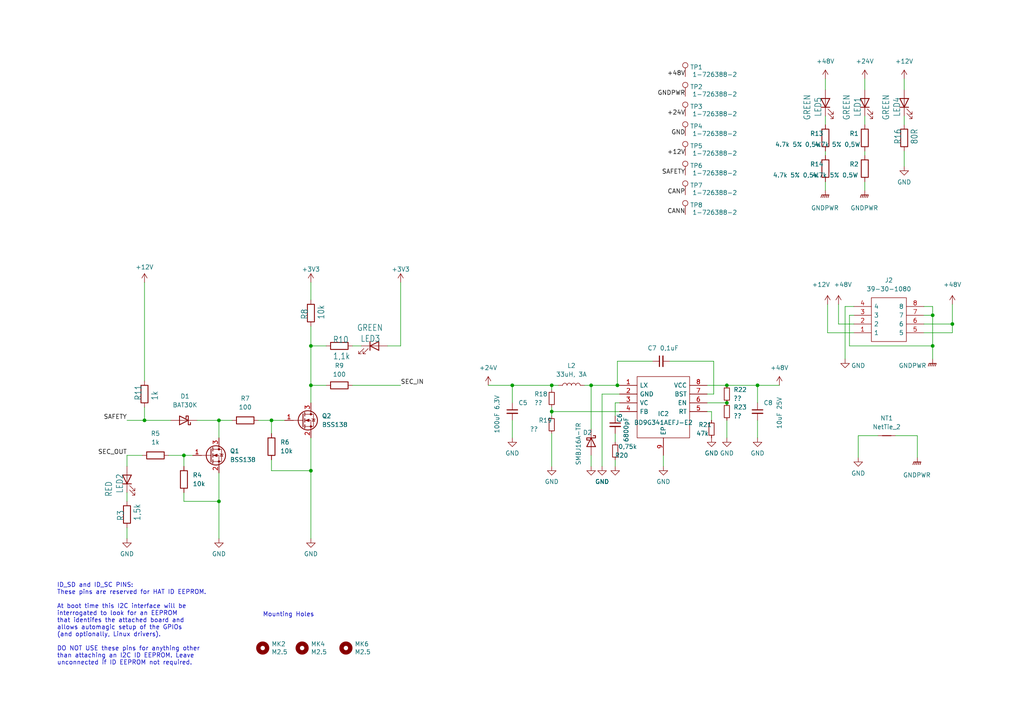
<source format=kicad_sch>
(kicad_sch (version 20211123) (generator eeschema)
  (paper "A4")
  (title_block (date "15 nov 2012"))
  (lib_symbols
    (symbol "39-30-1080:39-30-1080" (pin_names (offset 0.762))
      (property "Reference" "J" (at 16.51 7.62 0))
      (property "Value" "39-30-1080" (at 16.51 5.08 0))
      (symbol "39-30-1080_0_0"
        (pin passive line (at 0 -7.62 0) (length 5.08) (name "1") (number "1"))
        (pin passive line (at 0 -5.08 0) (length 5.08) (name "2") (number "2"))
        (pin passive line (at 0 -2.54 0) (length 5.08) (name "3") (number "3"))
        (pin passive line (at 0 0 0) (length 5.08) (name "4") (number "4"))
        (pin passive line (at 20.32 -7.62 180) (length 5.08) (name "5") (number "5"))
        (pin passive line (at 20.32 -5.08 180) (length 5.08) (name "6") (number "6"))
        (pin passive line (at 20.32 -2.54 180) (length 5.08) (name "7") (number "7"))
        (pin passive line (at 20.32 0 180) (length 5.08) (name "8") (number "8"))
      )
    )
    (symbol "BD9G341AEFJ-E2:BD9G341AEFJ-E2" (pin_names (offset 0.762))
      (property "Reference" "IC" (at 21.59 7.62 0))
      (property "Value" "BD9G341AEFJ-E2" (at 21.59 5.08 0))
      (symbol "BD9G341AEFJ-E2_0_0"
        (pin passive line (at 0 0 0) (length 5.08) (name "LX") (number "1"))
        (pin passive line (at 0 -2.54 0) (length 5.08) (name "GND") (number "2"))
        (pin passive line (at 0 -5.08 0) (length 5.08) (name "VC") (number "3"))
        (pin passive line (at 0 -7.62 0) (length 5.08) (name "FB") (number "4"))
        (pin passive line (at 25.4 -7.62 180) (length 5.08) (name "RT") (number "5"))
        (pin passive line (at 25.4 -5.08 180) (length 5.08) (name "EN") (number "6"))
        (pin passive line (at 25.4 -2.54 180) (length 5.08) (name "BST") (number "7"))
        (pin passive line (at 25.4 0 180) (length 5.08) (name "VCC") (number "8"))
        (pin passive line (at 12.7 -20.32 90) (length 5.08) (name "EP") (number "9"))
      )
    )
    (symbol "Connector:DB9_Male_MountingHoles" (pin_names (offset 1.016) hide)
      (property "Reference" "J" (at 0 16.51 0))
      (property "Value" "DB9_Male_MountingHoles" (at 0 14.605 0))
      (symbol "DB9_Male_MountingHoles_1_1"
        (pin passive line (at 0 -15.24 90) (length 3.81) (name "PAD") (number "0"))
        (pin passive line (at -7.62 -10.16 0) (length 3.81) (name "1") (number "1"))
        (pin passive line (at -7.62 -5.08 0) (length 3.81) (name "2") (number "2"))
        (pin passive line (at -7.62 0 0) (length 3.81) (name "3") (number "3"))
        (pin passive line (at -7.62 5.08 0) (length 3.81) (name "4") (number "4"))
        (pin passive line (at -7.62 10.16 0) (length 3.81) (name "5") (number "5"))
        (pin passive line (at -7.62 -7.62 0) (length 3.81) (name "6") (number "6"))
        (pin passive line (at -7.62 -2.54 0) (length 3.81) (name "7") (number "7"))
        (pin passive line (at -7.62 2.54 0) (length 3.81) (name "8") (number "8"))
        (pin passive line (at -7.62 7.62 0) (length 3.81) (name "9") (number "9"))
      )
    )
    (symbol "Connector:TestPoint" (pin_numbers hide) (pin_names (offset 0.762) hide)
      (property "Reference" "TP" (at 0 6.858 0))
      (property "Value" "TestPoint" (at 0 5.08 0))
      (symbol "TestPoint_1_1"
        (pin passive line (at 0 0 90) (length 2.54) (name "1") (number "1"))
      )
    )
    (symbol "Connector_Generic:Conn_02x08_Odd_Even" (pin_names (offset 1.016) hide)
      (property "Reference" "J" (at 1.27 10.16 0))
      (property "Value" "Conn_02x08_Odd_Even" (at 1.27 -12.7 0))
      (symbol "Conn_02x08_Odd_Even_1_1"
        (pin passive line (at -5.08 7.62 0) (length 3.81) (name "Pin_1") (number "1"))
        (pin passive line (at 7.62 -2.54 180) (length 3.81) (name "Pin_10") (number "10"))
        (pin passive line (at -5.08 -5.08 0) (length 3.81) (name "Pin_11") (number "11"))
        (pin passive line (at 7.62 -5.08 180) (length 3.81) (name "Pin_12") (number "12"))
        (pin passive line (at -5.08 -7.62 0) (length 3.81) (name "Pin_13") (number "13"))
        (pin passive line (at 7.62 -7.62 180) (length 3.81) (name "Pin_14") (number "14"))
        (pin passive line (at -5.08 -10.16 0) (length 3.81) (name "Pin_15") (number "15"))
        (pin passive line (at 7.62 -10.16 180) (length 3.81) (name "Pin_16") (number "16"))
        (pin passive line (at 7.62 7.62 180) (length 3.81) (name "Pin_2") (number "2"))
        (pin passive line (at -5.08 5.08 0) (length 3.81) (name "Pin_3") (number "3"))
        (pin passive line (at 7.62 5.08 180) (length 3.81) (name "Pin_4") (number "4"))
        (pin passive line (at -5.08 2.54 0) (length 3.81) (name "Pin_5") (number "5"))
        (pin passive line (at 7.62 2.54 180) (length 3.81) (name "Pin_6") (number "6"))
        (pin passive line (at -5.08 0 0) (length 3.81) (name "Pin_7") (number "7"))
        (pin passive line (at 7.62 0 180) (length 3.81) (name "Pin_8") (number "8"))
        (pin passive line (at -5.08 -2.54 0) (length 3.81) (name "Pin_9") (number "9"))
      )
    )
    (symbol "Connector_Generic:Conn_02x15_Odd_Even" (pin_names (offset 1.016) hide)
      (property "Reference" "J" (at 1.27 20.32 0))
      (property "Value" "Conn_02x15_Odd_Even" (at 1.27 -20.32 0))
      (symbol "Conn_02x15_Odd_Even_1_1"
        (pin passive line (at -5.08 17.78 0) (length 3.81) (name "Pin_1") (number "1"))
        (pin passive line (at 7.62 7.62 180) (length 3.81) (name "Pin_10") (number "10"))
        (pin passive line (at -5.08 5.08 0) (length 3.81) (name "Pin_11") (number "11"))
        (pin passive line (at 7.62 5.08 180) (length 3.81) (name "Pin_12") (number "12"))
        (pin passive line (at -5.08 2.54 0) (length 3.81) (name "Pin_13") (number "13"))
        (pin passive line (at 7.62 2.54 180) (length 3.81) (name "Pin_14") (number "14"))
        (pin passive line (at -5.08 0 0) (length 3.81) (name "Pin_15") (number "15"))
        (pin passive line (at 7.62 0 180) (length 3.81) (name "Pin_16") (number "16"))
        (pin passive line (at -5.08 -2.54 0) (length 3.81) (name "Pin_17") (number "17"))
        (pin passive line (at 7.62 -2.54 180) (length 3.81) (name "Pin_18") (number "18"))
        (pin passive line (at -5.08 -5.08 0) (length 3.81) (name "Pin_19") (number "19"))
        (pin passive line (at 7.62 17.78 180) (length 3.81) (name "Pin_2") (number "2"))
        (pin passive line (at 7.62 -5.08 180) (length 3.81) (name "Pin_20") (number "20"))
        (pin passive line (at -5.08 -7.62 0) (length 3.81) (name "Pin_21") (number "21"))
        (pin passive line (at 7.62 -7.62 180) (length 3.81) (name "Pin_22") (number "22"))
        (pin passive line (at -5.08 -10.16 0) (length 3.81) (name "Pin_23") (number "23"))
        (pin passive line (at 7.62 -10.16 180) (length 3.81) (name "Pin_24") (number "24"))
        (pin passive line (at -5.08 -12.7 0) (length 3.81) (name "Pin_25") (number "25"))
        (pin passive line (at 7.62 -12.7 180) (length 3.81) (name "Pin_26") (number "26"))
        (pin passive line (at -5.08 -15.24 0) (length 3.81) (name "Pin_27") (number "27"))
        (pin passive line (at 7.62 -15.24 180) (length 3.81) (name "Pin_28") (number "28"))
        (pin passive line (at -5.08 -17.78 0) (length 3.81) (name "Pin_29") (number "29"))
        (pin passive line (at -5.08 15.24 0) (length 3.81) (name "Pin_3") (number "3"))
        (pin passive line (at 7.62 -17.78 180) (length 3.81) (name "Pin_30") (number "30"))
        (pin passive line (at 7.62 15.24 180) (length 3.81) (name "Pin_4") (number "4"))
        (pin passive line (at -5.08 12.7 0) (length 3.81) (name "Pin_5") (number "5"))
        (pin passive line (at 7.62 12.7 180) (length 3.81) (name "Pin_6") (number "6"))
        (pin passive line (at -5.08 10.16 0) (length 3.81) (name "Pin_7") (number "7"))
        (pin passive line (at 7.62 10.16 180) (length 3.81) (name "Pin_8") (number "8"))
        (pin passive line (at -5.08 7.62 0) (length 3.81) (name "Pin_9") (number "9"))
      )
    )
    (symbol "Device:C" (pin_numbers hide) (pin_names (offset 0.254))
      (property "Reference" "C" (at 0.635 2.54 0))
      (property "Value" "C" (at 0.635 -2.54 0))
      (symbol "C_1_1"
        (pin passive line (at 0 3.81 270) (length 2.794) (name "~") (number "1"))
        (pin passive line (at 0 -3.81 90) (length 2.794) (name "~") (number "2"))
      )
    )
    (symbol "Device:C_Small" (pin_numbers hide) (pin_names (offset 0.254) hide)
      (property "Reference" "C" (at 0.254 1.778 0))
      (property "Value" "C_Small" (at 0.254 -2.032 0))
      (symbol "C_Small_1_1"
        (pin passive line (at 0 2.54 270) (length 2.032) (name "~") (number "1"))
        (pin passive line (at 0 -2.54 90) (length 2.032) (name "~") (number "2"))
      )
    )
    (symbol "Device:D_Schottky" (pin_numbers hide) (pin_names (offset 1.016) hide)
      (property "Reference" "D" (at 0 2.54 0))
      (property "Value" "D_Schottky" (at 0 -2.54 0))
      (symbol "D_Schottky_1_1"
        (pin passive line (at -3.81 0 0) (length 2.54) (name "K") (number "1"))
        (pin passive line (at 3.81 0 180) (length 2.54) (name "A") (number "2"))
      )
    )
    (symbol "Device:L" (pin_numbers hide) (pin_names (offset 1.016) hide)
      (property "Reference" "L" (at -1.27 0 90))
      (property "Value" "L" (at 1.905 0 90))
      (symbol "L_1_1"
        (pin passive line (at 0 3.81 270) (length 1.27) (name "1") (number "1"))
        (pin passive line (at 0 -3.81 90) (length 1.27) (name "2") (number "2"))
      )
    )
    (symbol "Device:LED" (pin_numbers hide) (pin_names (offset 1.016) hide)
      (property "Reference" "D" (at 0 2.54 0))
      (property "Value" "LED" (at 0 -2.54 0))
      (symbol "LED_1_1"
        (pin passive line (at -3.81 0 0) (length 2.54) (name "K") (number "1"))
        (pin passive line (at 3.81 0 180) (length 2.54) (name "A") (number "2"))
      )
    )
    (symbol "Device:NetTie_2" (pin_numbers hide) (pin_names (offset 0) hide)
      (property "Reference" "NT" (at 0 1.27 0))
      (property "Value" "NetTie_2" (at 0 -1.27 0))
      (symbol "NetTie_2_1_1"
        (pin passive line (at -2.54 0 0) (length 2.54) (name "1") (number "1"))
        (pin passive line (at 2.54 0 180) (length 2.54) (name "2") (number "2"))
      )
    )
    (symbol "Device:R" (pin_numbers hide) (pin_names (offset 0))
      (property "Reference" "R" (at 2.032 0 90))
      (property "Value" "R" (at 0 0 90))
      (symbol "R_1_1"
        (pin passive line (at 0 3.81 270) (length 1.27) (name "~") (number "1"))
        (pin passive line (at 0 -3.81 90) (length 1.27) (name "~") (number "2"))
      )
    )
    (symbol "Device:R_Small" (pin_numbers hide) (pin_names (offset 0.254) hide)
      (property "Reference" "R" (at 0.762 0.508 0))
      (property "Value" "R_Small" (at 0.762 -1.016 0))
      (symbol "R_Small_1_1"
        (pin passive line (at 0 2.54 270) (length 0.762) (name "~") (number "1"))
        (pin passive line (at 0 -2.54 90) (length 0.762) (name "~") (number "2"))
      )
    )
    (symbol "Interface_CAN_LIN:TCAN332G"
      (property "Reference" "U" (at -10.16 8.89 0))
      (property "Value" "TCAN332G" (at 2.54 8.89 0))
      (symbol "TCAN332G_1_1"
        (pin input line (at -12.7 5.08 0) (length 2.54) (name "TXD") (number "1"))
        (pin power_in line (at 0 -10.16 90) (length 2.54) (name "GND") (number "2"))
        (pin power_in line (at 0 10.16 270) (length 2.54) (name "VCC") (number "3"))
        (pin tri_state line (at -12.7 2.54 0) (length 2.54) (name "RXD") (number "4"))
        (pin no_connect line (at -10.16 -2.54 0) (length 2.54) hide (name "NC") (number "5"))
        (pin bidirectional line (at 12.7 -2.54 180) (length 2.54) (name "CANL") (number "6"))
        (pin bidirectional line (at 12.7 2.54 180) (length 2.54) (name "CANH") (number "7"))
        (pin no_connect line (at -10.16 -5.08 0) (length 2.54) hide (name "NC") (number "8"))
      )
    )
    (symbol "Mechanical:MountingHole" (pin_names (offset 1.016))
      (property "Reference" "H" (at 0 5.08 0))
      (property "Value" "MountingHole" (at 0 3.175 0))
    )
    (symbol "SN75LBC179AD:SN75LBC179AD" (pin_names (offset 1.016))
      (property "Reference" "U" (at -12.7 11.1506 0))
      (property "Value" "SN75LBC179AD" (at -12.7 -14.1478 0))
      (symbol "SN75LBC179AD_0_0"
        (pin power_in line (at 17.78 7.62 180) (length 5.08) (name "VCC") (number "1"))
        (pin output line (at 17.78 2.54 180) (length 5.08) (name "R") (number "2"))
        (pin input line (at -17.78 -2.54 0) (length 5.08) (name "D") (number "3"))
        (pin power_in line (at 17.78 -7.62 180) (length 5.08) (name "GND") (number "4"))
        (pin output line (at 17.78 0 180) (length 5.08) (name "Y") (number "5"))
        (pin output line (at 17.78 -2.54 180) (length 5.08) (name "Z") (number "6"))
        (pin input line (at -17.78 0 0) (length 5.08) (name "B") (number "7"))
        (pin input line (at -17.78 2.54 0) (length 5.08) (name "A") (number "8"))
      )
    )
    (symbol "Transistor_FET:BSS138" (pin_names hide)
      (property "Reference" "Q" (at 5.08 1.905 0))
      (property "Value" "BSS138" (at 5.08 0 0))
      (symbol "BSS138_1_1"
        (pin input line (at -5.08 0 0) (length 2.54) (name "G") (number "1"))
        (pin passive line (at 2.54 -5.08 90) (length 2.54) (name "S") (number "2"))
        (pin passive line (at 2.54 5.08 270) (length 2.54) (name "D") (number "3"))
      )
    )
    (symbol "power:+12V" (power) (pin_names (offset 0))
      (property "Value" "+12V" (at 0 3.556 0))
      (symbol "+12V_1_1"
        (pin power_in line (at 0 0 90) (length 0) hide (name "+12V") (number "1"))
      )
    )
    (symbol "power:+24V" (power) (pin_names (offset 0))
      (property "Value" "+24V" (at 0 3.556 0))
      (symbol "+24V_1_1"
        (pin power_in line (at 0 0 90) (length 0) hide (name "+24V") (number "1"))
      )
    )
    (symbol "power:+3.3V" (power) (pin_names (offset 0))
      (property "Value" "+3.3V" (at 0 3.556 0))
      (symbol "+3.3V_1_1"
        (pin power_in line (at 0 0 90) (length 0) hide (name "+3V3") (number "1"))
      )
    )
    (symbol "power:+3V3" (power) (pin_names (offset 0))
      (property "Value" "+3V3" (at 0 3.556 0))
      (symbol "+3V3_1_1"
        (pin power_in line (at 0 0 90) (length 0) hide (name "+3V3") (number "1"))
      )
    )
    (symbol "power:+48V" (power) (pin_names (offset 0))
      (property "Value" "+48V" (at 0 3.556 0))
      (symbol "+48V_1_1"
        (pin power_in line (at 0 0 90) (length 0) hide (name "+48V") (number "1"))
      )
    )
    (symbol "power:+5V" (power) (pin_names (offset 0))
      (property "Value" "+5V" (at 0 3.556 0))
      (symbol "+5V_1_1"
        (pin power_in line (at 0 0 90) (length 0) hide (name "+5V") (number "1"))
      )
    )
    (symbol "power:GND" (power) (pin_names (offset 0))
      (property "Value" "GND" (at 0 -3.81 0))
      (symbol "GND_1_1"
        (pin power_in line (at 0 0 270) (length 0) hide (name "GND") (number "1"))
      )
    )
    (symbol "power:GNDPWR" (power) (pin_names (offset 0))
      (property "Value" "GNDPWR" (at 0 -3.302 0))
      (symbol "GNDPWR_1_1"
        (pin power_in line (at 0 0 270) (length 0) hide (name "GNDPWR") (number "1"))
      )
    )
  )
  (junction (at -93.345 74.93))
  (junction (at 148.59 111.76))
  (junction (at 63.5 145.415))
  (junction (at -53.975 13.335))
  (junction (at 90.17 100.33))
  (junction (at -93.345 90.17))
  (junction (at 53.34 132.08))
  (junction (at 160.02 119.38))
  (junction (at 90.17 111.76))
  (junction (at 41.91 121.92))
  (junction (at 88.265 -34.29))
  (junction (at 78.74 121.92))
  (junction (at 179.07 111.76))
  (junction (at 171.45 111.76))
  (junction (at 90.17 136.525))
  (junction (at 219.71 111.76))
  (junction (at -93.345 85.09))
  (junction (at 270.51 91.44))
  (junction (at 63.5 121.92))
  (junction (at -93.345 80.01))
  (junction (at 210.82 116.84))
  (junction (at 270.51 100.33))
  (junction (at 276.225 93.98))
  (junction (at 210.82 111.76))
  (junction (at 160.02 111.76))
  (no_connect (at 55.88 -46.99))
  (no_connect (at 55.88 -24.13))
  (no_connect (at 55.88 -36.83))
  (no_connect (at 71.755 -46.99))
  (no_connect (at 43.18 -24.13))
  (no_connect (at 43.18 -26.67))
  (no_connect (at 55.88 -31.75))
  (no_connect (at 55.88 -49.53))
  (no_connect (at 84.455 -44.45))
  (no_connect (at 43.18 -16.51))
  (no_connect (at 55.88 -29.21))
  (no_connect (at 71.755 -39.37))
  (no_connect (at 71.755 -36.83))
  (no_connect (at 71.755 -49.53))
  (no_connect (at 43.18 -34.29))
  (no_connect (at 55.88 -26.67))
  (no_connect (at 71.755 -41.91))
  (no_connect (at 43.18 -19.05))
  (no_connect (at 43.18 -13.97))
  (no_connect (at 84.455 -46.99))
  (no_connect (at 55.88 -44.45))
  (no_connect (at 43.18 -29.21))
  (no_connect (at 84.455 -49.53))
  (no_connect (at 71.755 -34.29))
  (no_connect (at 55.88 -41.91))
  (no_connect (at 55.88 -39.37))
  (no_connect (at 43.18 -31.75))
  (no_connect (at 71.755 -44.45))
  (no_connect (at 55.88 -34.29))
  (no_connect (at 71.755 -31.75))
  (no_connect (at 43.18 -21.59))
  (wire (pts (xy -53.975 40.005) (xy -53.975 43.18)))
  (wire (pts (xy 243.205 88.265) (xy 243.205 93.98)))
  (wire (pts (xy 248.92 126.365) (xy 248.92 132.715)))
  (wire (pts (xy 102.235 100.33) (xy 104.775 100.33)))
  (wire (pts (xy 53.34 145.415) (xy 63.5 145.415)))
  (wire (pts (xy 219.71 111.76) (xy 219.71 116.84)))
  (wire (pts (xy 178.435 116.84) (xy 178.435 120.65)))
  (wire (pts (xy 239.395 43.815) (xy 239.395 45.085)))
  (wire (pts (xy 239.395 33.655) (xy 239.395 36.195)))
  (wire (pts (xy 99.06 -31.75) (xy 84.455 -31.75)))
  (wire (pts (xy 246.38 100.33) (xy 270.51 100.33)))
  (wire (pts (xy -53.975 13.335) (xy -53.975 19.685)))
  (wire (pts (xy 171.45 111.76) (xy 171.45 124.46)))
  (wire (pts (xy 250.825 33.655) (xy 250.825 36.195)))
  (wire (pts (xy 179.07 111.76) (xy 171.45 111.76)))
  (wire (pts (xy 246.38 91.44) (xy 246.38 100.33)))
  (wire (pts (xy 57.15 121.92) (xy 63.5 121.92)))
  (wire (pts (xy 179.705 116.84) (xy 178.435 116.84)))
  (wire (pts (xy -99.06 90.17) (xy -93.345 90.17)))
  (wire (pts (xy 63.5 121.92) (xy 63.5 127)))
  (wire (pts (xy 53.34 132.08) (xy 55.88 132.08)))
  (wire (pts (xy 160.02 125.73) (xy 160.02 135.255)))
  (wire (pts (xy 247.65 91.44) (xy 246.38 91.44)))
  (wire (pts (xy 270.51 100.33) (xy 270.51 104.14)))
  (wire (pts (xy -31.115 87.63) (xy -27.94 87.63)))
  (wire (pts (xy 36.83 121.92) (xy 41.91 121.92)))
  (wire (pts (xy 90.17 94.615) (xy 90.17 100.33)))
  (wire (pts (xy -93.345 80.01) (xy -99.06 80.01)))
  (wire (pts (xy 207.01 104.775) (xy 194.31 104.775)))
  (wire (pts (xy 276.225 93.98) (xy 276.225 96.52)))
  (wire (pts (xy -53.975 6.985) (xy -53.975 13.335)))
  (wire (pts (xy -81.915 13.335) (xy -81.915 20.955)))
  (wire (pts (xy 48.895 132.08) (xy 53.34 132.08)))
  (wire (pts (xy -28.575 67.31) (xy -28.575 72.39)))
  (wire (pts (xy 78.74 133.35) (xy 78.74 136.525)))
  (wire (pts (xy 240.03 88.265) (xy 240.03 96.52)))
  (wire (pts (xy 178.435 125.73) (xy 178.435 128.27)))
  (wire (pts (xy 41.91 118.11) (xy 41.91 121.92)))
  (wire (pts (xy 245.11 104.14) (xy 245.11 88.9)))
  (wire (pts (xy -106.68 95.25) (xy -106.68 97.79)))
  (wire (pts (xy -86.36 74.93) (xy -93.345 74.93)))
  (wire (pts (xy 55.88 -21.59) (xy 64.135 -21.59)))
  (wire (pts (xy 239.395 52.705) (xy 239.395 55.245)))
  (wire (pts (xy 33.02 -36.83) (xy 33.02 -7.62)))
  (wire (pts (xy 93.345 -54.61) (xy 93.345 -39.37)))
  (wire (pts (xy 63.5 121.92) (xy 67.31 121.92)))
  (wire (pts (xy 267.97 93.98) (xy 276.225 93.98)))
  (wire (pts (xy -93.345 90.17) (xy -86.36 90.17)))
  (wire (pts (xy 160.02 111.76) (xy 160.02 113.03)))
  (wire (pts (xy 207.01 114.3) (xy 207.01 104.775)))
  (wire (pts (xy 226.06 111.76) (xy 219.71 111.76)))
  (wire (pts (xy 84.455 -41.91) (xy 88.265 -41.91)))
  (wire (pts (xy 189.23 104.775) (xy 179.07 104.775)))
  (wire (pts (xy 267.97 91.44) (xy 270.51 91.44)))
  (wire (pts (xy 102.235 111.76) (xy 116.205 111.76)))
  (wire (pts (xy 267.97 96.52) (xy 276.225 96.52)))
  (wire (pts (xy 36.83 153.035) (xy 36.83 156.21)))
  (wire (pts (xy 239.395 22.86) (xy 239.395 26.035)))
  (wire (pts (xy 63.5 145.415) (xy 63.5 156.21)))
  (wire (pts (xy 206.375 119.38) (xy 206.375 121.92)))
  (wire (pts (xy 41.91 81.915) (xy 41.91 110.49)))
  (wire (pts (xy -93.345 74.93) (xy -99.06 74.93)))
  (wire (pts (xy -86.36 80.01) (xy -93.345 80.01)))
  (wire (pts (xy 247.65 93.98) (xy 243.205 93.98)))
  (wire (pts (xy 205.105 116.84) (xy 210.82 116.84)))
  (wire (pts (xy 36.83 132.08) (xy 36.83 135.255)))
  (wire (pts (xy 78.74 136.525) (xy 90.17 136.525)))
  (wire (pts (xy 178.435 133.35) (xy 178.435 135.255)))
  (wire (pts (xy 41.91 121.92) (xy 49.53 121.92)))
  (wire (pts (xy -53.975 13.335) (xy -66.675 13.335)))
  (wire (pts (xy 266.065 126.365) (xy 266.065 132.715)))
  (wire (pts (xy 250.825 43.815) (xy 250.825 45.085)))
  (wire (pts (xy 171.45 132.08) (xy 171.45 135.255)))
  (wire (pts (xy 192.405 132.08) (xy 192.405 135.255)))
  (wire (pts (xy 259.715 126.365) (xy 266.065 126.365)))
  (wire (pts (xy 90.17 81.915) (xy 90.17 86.995)))
  (wire (pts (xy 84.455 -36.83) (xy 88.265 -36.83)))
  (wire (pts (xy 240.03 96.52) (xy 247.65 96.52)))
  (wire (pts (xy 179.07 104.775) (xy 179.07 111.76)))
  (wire (pts (xy -74.295 13.335) (xy -81.915 13.335)))
  (wire (pts (xy 210.82 121.92) (xy 210.82 127)))
  (wire (pts (xy 90.17 111.76) (xy 94.615 111.76)))
  (wire (pts (xy 169.545 111.76) (xy 171.45 111.76)))
  (wire (pts (xy 160.02 119.38) (xy 179.705 119.38)))
  (wire (pts (xy 219.71 111.76) (xy 210.82 111.76)))
  (wire (pts (xy 74.93 121.92) (xy 78.74 121.92)))
  (wire (pts (xy 99.06 -54.61) (xy 99.06 -31.75)))
  (wire (pts (xy -99.06 85.09) (xy -93.345 85.09)))
  (wire (pts (xy 160.02 111.76) (xy 161.925 111.76)))
  (wire (pts (xy 262.255 33.655) (xy 262.255 36.195)))
  (wire (pts (xy 148.59 121.92) (xy 148.59 127)))
  (wire (pts (xy 250.825 52.705) (xy 250.825 55.245)))
  (wire (pts (xy 210.82 111.76) (xy 205.105 111.76)))
  (wire (pts (xy 262.255 22.86) (xy 262.255 26.035)))
  (wire (pts (xy 179.705 111.76) (xy 179.07 111.76)))
  (wire (pts (xy 205.105 114.3) (xy 207.01 114.3)))
  (wire (pts (xy 90.17 136.525) (xy 90.17 156.21)))
  (wire (pts (xy -93.345 85.09) (xy -86.36 85.09)))
  (wire (pts (xy 84.455 -34.29) (xy 88.265 -34.29)))
  (wire (pts (xy -99.06 69.85) (xy -95.25 69.85)))
  (wire (pts (xy 78.74 121.92) (xy 78.74 125.73)))
  (wire (pts (xy 174.625 114.3) (xy 174.625 135.255)))
  (wire (pts (xy 245.11 88.9) (xy 247.65 88.9)))
  (wire (pts (xy 116.205 81.915) (xy 116.205 100.33)))
  (wire (pts (xy 270.51 88.9) (xy 267.97 88.9)))
  (wire (pts (xy 112.395 100.33) (xy 116.205 100.33)))
  (wire (pts (xy 148.59 111.76) (xy 160.02 111.76)))
  (wire (pts (xy 160.02 118.11) (xy 160.02 119.38)))
  (wire (pts (xy 148.59 111.76) (xy 148.59 116.84)))
  (wire (pts (xy 78.74 121.92) (xy 82.55 121.92)))
  (wire (pts (xy 53.34 132.08) (xy 53.34 135.255)))
  (wire (pts (xy 219.71 121.92) (xy 219.71 127)))
  (wire (pts (xy 64.135 -21.59) (xy 64.135 -7.62)))
  (wire (pts (xy 90.17 100.33) (xy 90.17 111.76)))
  (wire (pts (xy 254.635 126.365) (xy 248.92 126.365)))
  (wire (pts (xy 88.265 -36.83) (xy 88.265 -34.29)))
  (wire (pts (xy 205.105 119.38) (xy 206.375 119.38)))
  (wire (pts (xy 270.51 88.9) (xy 270.51 91.44)))
  (wire (pts (xy 250.825 22.86) (xy 250.825 26.035)))
  (wire (pts (xy 90.17 127) (xy 90.17 136.525)))
  (wire (pts (xy 43.18 -36.83) (xy 33.02 -36.83)))
  (wire (pts (xy 63.5 137.16) (xy 63.5 145.415)))
  (wire (pts (xy -27.94 87.63) (xy -27.94 92.075)))
  (wire (pts (xy 262.255 43.815) (xy 262.255 48.26)))
  (wire (pts (xy 88.265 -54.61) (xy 88.265 -41.91)))
  (wire (pts (xy 276.225 88.265) (xy 276.225 93.98)))
  (wire (pts (xy 90.17 100.33) (xy 94.615 100.33)))
  (wire (pts (xy 88.265 -34.29) (xy 88.265 -27.305)))
  (wire (pts (xy 36.83 142.875) (xy 36.83 145.415)))
  (wire (pts (xy 174.625 114.3) (xy 179.705 114.3)))
  (wire (pts (xy 84.455 -39.37) (xy 93.345 -39.37)))
  (wire (pts (xy 160.02 119.38) (xy 160.02 120.65)))
  (wire (pts (xy 270.51 91.44) (xy 270.51 100.33)))
  (wire (pts (xy -31.115 72.39) (xy -28.575 72.39)))
  (wire (pts (xy -95.25 69.85) (xy -95.25 97.79)))
  (wire (pts (xy 36.83 132.08) (xy 41.275 132.08)))
  (wire (pts (xy 53.34 142.875) (xy 53.34 145.415)))
  (wire (pts (xy 90.17 111.76) (xy 90.17 116.84)))
  (wire (pts (xy 141.605 111.76) (xy 148.59 111.76)))
  (text "ID_SD and ID_SC PINS:\nThese pins are reserved for HAT ID EEPROM.\n\nAt boot time this I2C interface will be\ninterrogated to look for an EEPROM\nthat identifes the attached board and\nallows automagic setup of the GPIOs\n(and optionally, Linux drivers).\n\nDO NOT USE these pins for anything other\nthan attaching an I2C ID EEPROM. Leave\nunconnected if ID EEPROM not required." (at 16.51 193.04 0) (effects (font (size 1.27 1.27)) (justify left bottom)))
  (text "Mounting Holes" (at 76.2 179.07 0) (effects (font (size 1.27 1.27)) (justify left bottom)))
  (label "GND" (at 198.755 39.37 180))
  (label "+24V" (at 198.755 33.655 180))
  (label "RX+" (at -86.36 74.93 0))
  (label "CAN_RX" (at -66.675 27.305 180))
  (label "CANP" (at -41.275 27.305 0))
  (label "SAFETY" (at 198.755 50.8 180))
  (label "SEC_IN" (at 43.18 -41.91 180))
  (label "TX+" (at -86.36 90.17 0))
  (label "+12V" (at 198.755 45.085 180))
  (label "TX" (at -66.675 82.55 180))
  (label "CAN_TX" (at 55.88 -16.51 0))
  (label "TX-" (at -86.36 85.09 0))
  (label "+48V" (at 198.755 22.225 180))
  (label "CANN" (at -41.275 32.385 0))
  (label "SEC_OUT" (at 43.18 -39.37 180))
  (label "RX+" (at -66.675 77.47 180))
  (label "TX-" (at -31.115 82.55 0))
  (label "RX-" (at -66.675 80.01 180))
  (label "TX+" (at -31.115 80.01 0))
  (label "TX" (at 43.18 -44.45 180))
  (label "GNDPWR" (at 198.755 27.94 180))
  (label "CANP" (at 198.755 56.515 180))
  (label "CAN_TX" (at -66.675 24.765 180))
  (label "RX-" (at -86.36 80.01 0))
  (label "RX" (at -31.115 77.47 0))
  (label "SEC_IN" (at 116.205 111.76 0))
  (label "SEC_OUT" (at 36.83 132.08 180))
  (label "SAFETY" (at 36.83 121.92 180))
  (label "CAN_RX" (at 55.88 -19.05 0))
  (label "CANN" (at 198.755 62.23 180))
  (label "RX" (at 43.18 -46.99 180))
  (symbol (lib_id "Mechanical:MountingHole") (at 76.2 187.96 0) (unit 1)
    (property "Reference" "MK2" (at 78.74 186.7916 0) (effects (justify left)))
    (property "Value" "M2.5" (at 78.74 189.103 0) (effects (justify left)))
    (property "Footprint" "footprints:MountingHole_2.7mm_M2.5" (effects hide))
  )
  (symbol (lib_id "Mechanical:MountingHole") (at 87.63 187.96 0) (unit 1)
    (property "Reference" "MK4" (at 90.17 186.7916 0) (effects (justify left)))
    (property "Value" "M2.5" (at 90.17 189.103 0) (effects (justify left)))
    (property "Footprint" "footprints:MountingHole_2.7mm_M2.5" (effects hide))
  )
  (symbol (lib_id "power:GNDPWR") (at 266.065 132.715 0) (unit 1)
    (property "Reference" "#PWR019" (effects hide))
    (property "Value" "GNDPWR" (at 265.938 137.795 0))
  )
  (symbol (lib_id "Device:C") (at -70.485 13.335 270) (unit 1)
    (property "Reference" "C1" (at -75.311 11.811 0) (effects (font (size 1.778 1.5113)) (justify right top)))
    (property "Value" "100 nF" (at -72.771 12.446 0) (effects (font (size 1.778 1.5113)) (justify right top)))
    (property "Footprint" "footprints:C_0603_1608Metric_Pad1.08x0.95mm_HandSolder" (effects hide))
  )
  (symbol (lib_id "power:GNDPWR") (at 239.395 55.245 0) (unit 1)
    (property "Reference" "#PWR0107" (effects hide))
    (property "Value" "GNDPWR" (at 239.268 60.325 0))
  )
  (symbol (lib_id "Device:R") (at 262.255 40.005 0) (unit 1)
    (property "Reference" "R16" (at 261.3914 41.91 90) (effects (font (size 1.778 1.5113)) (justify left bottom)))
    (property "Value" "80R" (at 266.192 41.91 90) (effects (font (size 1.778 1.5113)) (justify left bottom)))
    (property "Footprint" "footprints:R_0603_1608Metric_Pad0.98x0.95mm_HandSolder" (effects hide))
  )
  (symbol (lib_id "BD9G341AEFJ-E2:BD9G341AEFJ-E2") (at 179.705 111.76 0) (unit 1)
    (property "Reference" "IC2" (at 192.405 120.015 0))
    (property "Value" "BD9G341AEFJ-E2" (at 192.405 122.555 0))
    (property "Footprint" "ARM_NUCLEO_HAT:SOIC127P600X100-9N" (effects hide))
    (property "Description" "Buck Converter,Adj,3A,HTSOP-J8 ROHM BD9G341AEFJ-E2, Buck Converter, 3A, Adjustable, Minimum of 1 V, 8-Pin HTSOP-J" (effects hide))
    (property "Height" "1" (effects hide))
    (property "Mouser Part Number" "755-BD9G341AEFJ-E2" (effects hide))
    (property "Mouser Price/Stock" "https://www.mouser.co.uk/ProductDetail/ROHM-Semiconductor/BD9G341AEFJ-E2?qs=QAyGIF%2FqoJ3bpHaAdhZZ7Q%3D%3D" (effects hide))
    (property "Manufacturer_Name" "ROHM Semiconductor" (effects hide))
    (property "Manufacturer_Part_Number" "BD9G341AEFJ-E2" (effects hide))
  )
  (symbol (lib_id "power:+3V3") (at 116.205 81.915 0) (unit 1)
    (property "Reference" "#PWR013" (effects hide))
    (property "Value" "+3V3" (at 116.205 78.105 0))
  )
  (symbol (lib_id "power:GND") (at 174.625 135.255 0) (mirror y) (unit 1)
    (property "Reference" "#PWR025" (effects hide))
    (property "Value" "GND" (at 174.625 139.7 0))
  )
  (symbol (lib_id "Device:R") (at 45.085 132.08 90) (unit 1)
    (property "Reference" "R5" (at 45.085 125.73 90))
    (property "Value" "1k" (at 45.085 128.27 90))
    (property "Footprint" "footprints:R_0603_1608Metric_Pad0.98x0.95mm_HandSolder" (effects hide))
  )
  (symbol (lib_id "power:GND") (at -27.94 92.075 0) (unit 1)
    (property "Reference" "#PWR0104" (effects hide))
    (property "Value" "GND" (at -27.94 96.6376 0))
  )
  (symbol (lib_id "Device:R") (at 250.825 48.895 180) (unit 1)
    (property "Reference" "R2" (at 246.38 47.6249 0) (effects (justify right)))
    (property "Value" "4.7k 5% 0,5W" (at 235.585 50.7999 0) (effects (justify right)))
    (property "Footprint" "footprints:R_0805_2012Metric_Pad1.20x1.40mm_HandSolder" (effects hide))
  )
  (symbol (lib_id "Connector:TestPoint") (at 198.755 33.655 0) (unit 1)
    (property "Reference" "TP3" (at 200.1521 30.905 0) (effects (justify left)))
    (property "Value" "1-726388-2" (at 200.7871 33.0451 0) (effects (justify left)))
    (property "Footprint" "ARM_NUCLEO_HAT:61-1537-11-0031" (effects hide))
  )
  (symbol (lib_id "Connector_Generic:Conn_02x15_Odd_Even") (at 48.26 -31.75 0) (unit 1)
    (property "Reference" "CN9" (at 49.53 -54.61 0))
    (property "Value" "Conn_02x15" (at 49.53 -52.07 0))
    (property "Footprint" "footprints:PinSocket_2x15_P2.54mm_Vertical" (effects hide))
  )
  (symbol (lib_id "Connector:TestPoint") (at 198.755 50.8 0) (unit 1)
    (property "Reference" "TP6" (at 200.1521 48.05 0) (effects (justify left)))
    (property "Value" "1-726388-2" (at 200.7871 50.1901 0) (effects (justify left)))
    (property "Footprint" "ARM_NUCLEO_HAT:61-1537-11-0031" (effects hide))
  )
  (symbol (lib_id "Device:R") (at 41.91 114.3 0) (unit 1)
    (property "Reference" "R11" (at 41.0464 116.205 90) (effects (font (size 1.778 1.5113)) (justify left bottom)))
    (property "Value" "1k" (at 45.847 116.205 90) (effects (font (size 1.778 1.5113)) (justify left bottom)))
    (property "Footprint" "footprints:R_0603_1608Metric_Pad0.98x0.95mm_HandSolder" (effects hide))
  )
  (symbol (lib_id "power:+5V") (at -28.575 67.31 0) (unit 1)
    (property "Reference" "#PWR0105" (effects hide))
    (property "Value" "+5V" (at -28.575 61.595 0))
  )
  (symbol (lib_id "Connector_Generic:Conn_02x08_Odd_Even") (at 76.835 -41.91 0) (unit 1)
    (property "Reference" "CN8" (at 78.105 -54.61 0))
    (property "Value" "Conn_02x08" (at 78.105 -52.705 0))
    (property "Footprint" "footprints:PinSocket_2x08_P2.54mm_Vertical" (effects hide))
  )
  (symbol (lib_id "power:GND") (at -53.975 43.18 0) (unit 1)
    (property "Reference" "#PWR016" (effects hide))
    (property "Value" "GND" (at -53.975 47.7426 0))
  )
  (symbol (lib_id "power:GND") (at 63.5 156.21 0) (unit 1)
    (property "Reference" "#PWR010" (effects hide))
    (property "Value" "GND" (at 63.5 160.655 0))
  )
  (symbol (lib_id "power:GND") (at 64.135 -7.62 0) (unit 1)
    (property "Reference" "#PWR0114" (effects hide))
    (property "Value" "GND" (at 64.135 -1.905 0))
  )
  (symbol (lib_id "power:GND") (at 192.405 135.255 0) (mirror y) (unit 1)
    (property "Reference" "#PWR027" (effects hide))
    (property "Value" "GND" (at 192.405 139.7 0))
  )
  (symbol (lib_id "Device:R") (at 239.395 40.005 180) (unit 1)
    (property "Reference" "R13" (at 234.95 38.7349 0) (effects (justify right)))
    (property "Value" "4.7k 5% 0,5W" (at 224.79 41.9099 0) (effects (justify right)))
    (property "Footprint" "footprints:R_0805_2012Metric_Pad1.20x1.40mm_HandSolder" (effects hide))
  )
  (symbol (lib_id "power:GND") (at 178.435 135.255 0) (mirror y) (unit 1)
    (property "Reference" "#PWR026" (effects hide))
    (property "Value" "GND" (at 174.625 139.7 0))
  )
  (symbol (lib_id "power:GND") (at 206.375 127 0) (mirror y) (unit 1)
    (property "Reference" "#PWR028" (effects hide))
    (property "Value" "GND" (at 206.375 131.445 0))
  )
  (symbol (lib_id "Device:R_Small") (at -93.345 87.63 0) (unit 1)
    (property "Reference" "R15" (at -91.44 86.36 0) (effects (justify left)))
    (property "Value" "120" (at -92.075 88.9 0) (effects (justify left)))
    (property "Footprint" "footprints:R_0603_1608Metric_Pad0.98x0.95mm_HandSolder" (effects hide))
  )
  (symbol (lib_id "Device:D_Schottky") (at 53.34 121.92 180) (unit 1)
    (property "Reference" "D1" (at 53.6575 114.935 0))
    (property "Value" "BAT30K" (at 53.6575 117.475 0))
    (property "Footprint" "footprints:D_0603_1608Metric_Pad1.05x0.95mm_HandSolder" (effects hide))
  )
  (symbol (lib_id "Transistor_FET:BSS138") (at 87.63 121.92 0) (unit 1)
    (property "Reference" "Q2" (at 93.345 120.6499 0) (effects (justify left)))
    (property "Value" "BSS138" (at 93.345 123.1899 0) (effects (justify left)))
    (property "Footprint" "footprints:SOT-23" (effects hide))
    (property "Datasheet" "https://www.onsemi.com/pub/Collateral/BSS138-D.PDF" (effects hide))
  )
  (symbol (lib_id "Device:LED") (at 262.255 29.845 90) (unit 1)
    (property "Reference" "LED4" (at 261.112 33.909 0) (effects (font (size 1.778 1.5113)) (justify left bottom)))
    (property "Value" "GREEN" (at 257.937 34.925 0) (effects (font (size 1.778 1.5113)) (justify left bottom)))
    (property "Footprint" "footprints:D_0603_1608Metric_Pad1.05x0.95mm_HandSolder" (effects hide))
  )
  (symbol (lib_id "power:GND") (at 219.71 127 0) (mirror y) (unit 1)
    (property "Reference" "#PWR030" (effects hide))
    (property "Value" "GND" (at 219.71 131.445 0))
  )
  (symbol (lib_id "power:+12V") (at 240.03 88.265 0) (unit 1)
    (property "Reference" "#PWR0108" (effects hide))
    (property "Value" "+12V" (at 238.125 82.55 0))
  )
  (symbol (lib_id "Connector:DB9_Male_MountingHoles") (at -106.68 80.01 0) (mirror y) (unit 1)
    (property "Reference" "J1" (at -106.68 61.595 0))
    (property "Value" "DB9_Male_MountingHoles" (at -106.68 64.135 0))
    (property "Footprint" "footprints:DSUB-9_Male_Horizontal_P2.77x2.84mm_EdgePinOffset7.70mm_Housed_MountingHolesOffset9.12mm" (effects hide))
    (property "Datasheet" " ~" (effects hide))
  )
  (symbol (lib_id "Device:R") (at 71.12 121.92 90) (unit 1)
    (property "Reference" "R7" (at 71.12 115.57 90))
    (property "Value" "100" (at 71.12 118.11 90))
    (property "Footprint" "footprints:R_0603_1608Metric_Pad0.98x0.95mm_HandSolder" (effects hide))
  )
  (symbol (lib_id "Interface_CAN_LIN:TCAN332G") (at -53.975 29.845 0) (unit 1)
    (property "Reference" "U2" (at -51.435 19.2744 0))
    (property "Value" "TCAN332G" (at -61.595 19.5095 0))
    (property "Footprint" "footprints:SO-8_3.9x4.9mm_P1.27mm" (effects hide))
    (property "Datasheet" "http://www.ti.com/lit/ds/symlink/tcan337.pdf" (effects hide))
  )
  (symbol (lib_id "Device:C_Small") (at 191.77 104.775 90) (mirror x) (unit 1)
    (property "Reference" "C7" (at 190.4999 100.965 90) (effects (justify left)))
    (property "Value" "0,1uF" (at 196.8499 100.965 90) (effects (justify left)))
    (property "Footprint" "footprints:C_0603_1608Metric_Pad1.08x0.95mm_HandSolder" (effects hide))
  )
  (symbol (lib_id "Device:C_Small") (at 178.435 123.19 0) (mirror y) (unit 1)
    (property "Reference" "C6" (at 179.705 122.5549 90) (effects (justify left)))
    (property "Value" "6800pF" (at 181.61 128.2699 90) (effects (justify left)))
    (property "Footprint" "footprints:C_0603_1608Metric_Pad1.08x0.95mm_HandSolder" (effects hide))
  )
  (symbol (lib_id "power:GND") (at 36.83 156.21 0) (unit 1)
    (property "Reference" "#PWR09" (effects hide))
    (property "Value" "GND" (at 36.83 160.655 0))
  )
  (symbol (lib_id "Device:R_Small") (at -93.345 77.47 0) (unit 1)
    (property "Reference" "R12" (at -91.44 76.2 0) (effects (justify left)))
    (property "Value" "120" (at -92.075 78.74 0) (effects (justify left)))
    (property "Footprint" "footprints:R_0603_1608Metric_Pad0.98x0.95mm_HandSolder" (effects hide))
  )
  (symbol (lib_id "power:+3.3V") (at 88.265 -54.61 0) (unit 1)
    (property "Reference" "#PWR0111" (effects hide))
    (property "Value" "+3.3V" (at 86.995 -58.42 0))
  )
  (symbol (lib_id "power:GND") (at -95.25 97.79 0) (mirror y) (unit 1)
    (property "Reference" "#PWR08" (effects hide))
    (property "Value" "GND" (at -95.25 102.235 0))
  )
  (symbol (lib_id "power:+3V3") (at -53.975 6.985 0) (unit 1)
    (property "Reference" "#PWR015" (effects hide))
    (property "Value" "+3V3" (at -53.975 3.175 0))
  )
  (symbol (lib_id "Device:R") (at 53.34 139.065 0) (unit 1)
    (property "Reference" "R4" (at 55.88 137.7949 0) (effects (justify left)))
    (property "Value" "10k" (at 55.88 140.3349 0) (effects (justify left)))
    (property "Footprint" "footprints:R_0603_1608Metric_Pad0.98x0.95mm_HandSolder" (effects hide))
  )
  (symbol (lib_id "Device:D_Schottky") (at 171.45 128.27 270) (unit 1)
    (property "Reference" "D2" (at 169.0371 125.4565 90) (effects (justify left)))
    (property "Value" "SMBJ16A-TR" (at 167.7671 122.5166 0) (effects (justify left)))
    (property "Footprint" "footprints:D_SMB_Handsoldering" (effects hide))
  )
  (symbol (lib_id "Connector:TestPoint") (at 198.755 45.085 0) (unit 1)
    (property "Reference" "TP5" (at 200.1521 42.335 0) (effects (justify left)))
    (property "Value" "1-726388-2" (at 200.7871 44.4751 0) (effects (justify left)))
    (property "Footprint" "ARM_NUCLEO_HAT:61-1537-11-0031" (effects hide))
  )
  (symbol (lib_id "Device:R") (at 239.395 48.895 180) (unit 1)
    (property "Reference" "R14" (at 234.95 47.6249 0) (effects (justify right)))
    (property "Value" "4.7k 5% 0,5W" (at 224.155 50.7999 0) (effects (justify right)))
    (property "Footprint" "footprints:R_0805_2012Metric_Pad1.20x1.40mm_HandSolder" (effects hide))
  )
  (symbol (lib_id "power:+3V3") (at 90.17 81.915 0) (unit 1)
    (property "Reference" "#PWR011" (effects hide))
    (property "Value" "+3V3" (at 90.17 78.105 0))
  )
  (symbol (lib_id "power:+12V") (at 262.255 22.86 0) (unit 1)
    (property "Reference" "#PWR022" (effects hide))
    (property "Value" "+12V" (at 262.255 17.78 0))
  )
  (symbol (lib_id "Device:R_Small") (at 178.435 130.81 180) (unit 1)
    (property "Reference" "R20" (at 182.245 132.0801 0) (effects (justify left)))
    (property "Value" "0,75k" (at 184.785 129.5401 0) (effects (justify left)))
    (property "Footprint" "footprints:R_0603_1608Metric_Pad0.98x0.95mm_HandSolder" (effects hide))
  )
  (symbol (lib_id "power:+48V") (at 226.06 111.76 0) (unit 1)
    (property "Reference" "#PWR031" (effects hide))
    (property "Value" "+48V" (at 226.06 106.68 0))
  )
  (symbol (lib_id "39-30-1080:39-30-1080") (at 247.65 88.9 0) (unit 1)
    (property "Reference" "J2" (at 257.81 81.28 0))
    (property "Value" "39-30-1080" (at 257.81 83.82 0))
    (property "Footprint" "ARM_NUCLEO_HAT:39301080" (effects hide))
    (property "Datasheet" "https://datasheet.datasheetarchive.com/originals/distributors/Datasheets-AE/DSA3AE0000416.pdf" (effects hide))
    (property "Description" "Molex MINI-FIT JR. Series, Series Number 5569, 4.2mm Pitch 8 Way 2 Row Right Angle PCB Header, Solder Termination, 7A" (effects hide))
    (property "Height" "9" (effects hide))
    (property "Mouser Part Number" "538-39-30-1080" (effects hide))
    (property "Mouser Price/Stock" "https://www.mouser.co.uk/ProductDetail/Molex/39-30-1080?qs=tRPrwvvr%2FuiZl%252BsjwLcglw%3D%3D" (effects hide))
    (property "Manufacturer_Name" "Molex" (effects hide))
    (property "Manufacturer_Part_Number" "39-30-1080" (effects hide))
  )
  (symbol (lib_id "power:GND") (at 171.45 135.255 0) (mirror y) (unit 1)
    (property "Reference" "#PWR04" (effects hide))
    (property "Value" "GND" (at 174.625 139.7 0))
  )
  (symbol (lib_id "Connector:TestPoint") (at 198.755 56.515 0) (unit 1)
    (property "Reference" "TP7" (at 200.1521 53.765 0) (effects (justify left)))
    (property "Value" "1-726388-2" (at 200.7871 55.9051 0) (effects (justify left)))
    (property "Footprint" "ARM_NUCLEO_HAT:61-1537-11-0031" (effects hide))
  )
  (symbol (lib_id "Device:LED") (at 108.585 100.33 0) (unit 1)
    (property "Reference" "LED3" (at 104.521 99.187 0) (effects (font (size 1.778 1.5113)) (justify left bottom)))
    (property "Value" "GREEN" (at 103.505 96.012 0) (effects (font (size 1.778 1.5113)) (justify left bottom)))
    (property "Footprint" "footprints:D_0603_1608Metric_Pad1.05x0.95mm_HandSolder" (effects hide))
  )
  (symbol (lib_id "power:GND") (at 148.59 127 0) (mirror y) (unit 1)
    (property "Reference" "#PWR02" (effects hide))
    (property "Value" "GND" (at 148.59 131.445 0))
  )
  (symbol (lib_id "Device:C_Small") (at 148.59 119.38 0) (mirror y) (unit 1)
    (property "Reference" "C5" (at 153.035 116.8399 0) (effects (justify left)))
    (property "Value" "100uF 6,3V" (at 144.145 125.7299 90) (effects (justify left)))
    (property "Footprint" "footprints:C_1206_3216Metric_Pad1.33x1.80mm_HandSolder" (effects hide))
  )
  (symbol (lib_id "Device:R") (at 250.825 40.005 180) (unit 1)
    (property "Reference" "R1" (at 246.38 38.7349 0) (effects (justify right)))
    (property "Value" "4.7k 5% 0,5W" (at 236.22 41.9099 0) (effects (justify right)))
    (property "Footprint" "footprints:R_0805_2012Metric_Pad1.20x1.40mm_HandSolder" (effects hide))
  )
  (symbol (lib_id "Device:R_Small") (at 160.02 123.19 0) (unit 1)
    (property "Reference" "R19" (at 156.21 121.9199 0) (effects (justify left)))
    (property "Value" "??" (at 153.67 124.4599 0) (effects (justify left)))
    (property "Footprint" "footprints:R_0603_1608Metric_Pad0.98x0.95mm_HandSolder" (effects hide))
  )
  (symbol (lib_id "power:GND") (at -81.915 20.955 0) (unit 1)
    (property "Reference" "#PWR014" (effects hide))
    (property "Value" "GND" (at -81.915 25.5176 0))
  )
  (symbol (lib_id "Device:NetTie_2") (at 257.175 126.365 0) (unit 1)
    (property "Reference" "NT1" (at 257.175 121.285 0))
    (property "Value" "NetTie_2" (at 257.175 123.825 0))
    (property "Footprint" "footprints:NetTie-2_SMD_Pad0.5mm" (effects hide))
  )
  (symbol (lib_id "power:GND") (at 262.255 48.26 0) (unit 1)
    (property "Reference" "#PWR023" (effects hide))
    (property "Value" "GND" (at 262.255 52.8226 0))
  )
  (symbol (lib_id "Device:LED") (at 250.825 29.845 90) (unit 1)
    (property "Reference" "LED1" (at 249.682 33.909 0) (effects (font (size 1.778 1.5113)) (justify left bottom)))
    (property "Value" "GREEN" (at 246.507 34.925 0) (effects (font (size 1.778 1.5113)) (justify left bottom)))
    (property "Footprint" "footprints:D_0603_1608Metric_Pad1.05x0.95mm_HandSolder" (effects hide))
  )
  (symbol (lib_id "Connector:TestPoint") (at 198.755 62.23 0) (unit 1)
    (property "Reference" "TP8" (at 200.1521 59.48 0) (effects (justify left)))
    (property "Value" "1-726388-2" (at 200.7871 61.6201 0) (effects (justify left)))
    (property "Footprint" "ARM_NUCLEO_HAT:61-1537-11-0031" (effects hide))
  )
  (symbol (lib_id "Transistor_FET:BSS138") (at 60.96 132.08 0) (unit 1)
    (property "Reference" "Q1" (at 66.675 130.8099 0) (effects (justify left)))
    (property "Value" "BSS138" (at 66.675 133.3499 0) (effects (justify left)))
    (property "Footprint" "footprints:SOT-23" (effects hide))
    (property "Datasheet" "https://www.onsemi.com/pub/Collateral/BSS138-D.PDF" (effects hide))
  )
  (symbol (lib_id "Device:R") (at 90.17 90.805 0) (unit 1)
    (property "Reference" "R8" (at 89.3064 92.71 90) (effects (font (size 1.778 1.5113)) (justify left bottom)))
    (property "Value" "10k" (at 94.107 92.71 90) (effects (font (size 1.778 1.5113)) (justify left bottom)))
    (property "Footprint" "footprints:R_0603_1608Metric_Pad0.98x0.95mm_HandSolder" (effects hide))
  )
  (symbol (lib_id "Device:L") (at 165.735 111.76 90) (unit 1)
    (property "Reference" "L2" (at 165.735 106.045 90))
    (property "Value" "33uH, 3A" (at 165.735 108.585 90))
    (property "Footprint" "ARM_NUCLEO_HAT:MPEV1D1040L330" (effects hide))
    (property "Field4" "https://www.digikey.com/en/products/detail/w%C3%BCrth-elektronik/744773118/1638662" (effects hide))
  )
  (symbol (lib_id "power:GND") (at 33.02 -7.62 0) (unit 1)
    (property "Reference" "#PWR0115" (effects hide))
    (property "Value" "GND" (at 33.02 -1.905 0))
  )
  (symbol (lib_id "Connector:TestPoint") (at 198.755 39.37 0) (unit 1)
    (property "Reference" "TP4" (at 200.1521 36.62 0) (effects (justify left)))
    (property "Value" "1-726388-2" (at 200.7871 38.7601 0) (effects (justify left)))
    (property "Footprint" "ARM_NUCLEO_HAT:61-1537-11-0031" (effects hide))
  )
  (symbol (lib_id "power:+5V") (at 93.345 -54.61 0) (unit 1)
    (property "Reference" "#PWR0112" (effects hide))
    (property "Value" "+5V" (at 93.98 -58.42 0))
  )
  (symbol (lib_id "power:GND") (at 90.17 156.21 0) (unit 1)
    (property "Reference" "#PWR012" (effects hide))
    (property "Value" "GND" (at 90.17 160.655 0))
  )
  (symbol (lib_id "Device:R_Small") (at 210.82 119.38 0) (unit 1)
    (property "Reference" "R23" (at 212.725 118.1099 0) (effects (justify left)))
    (property "Value" "??" (at 212.725 120.6499 0) (effects (justify left)))
    (property "Footprint" "footprints:R_0603_1608Metric_Pad0.98x0.95mm_HandSolder" (effects hide))
  )
  (symbol (lib_id "power:GND") (at -106.68 97.79 0) (mirror y) (unit 1)
    (property "Reference" "#PWR0106" (effects hide))
    (property "Value" "GND" (at -106.68 102.235 0))
  )
  (symbol (lib_id "Device:R") (at 36.83 149.225 0) (unit 1)
    (property "Reference" "R3" (at 35.9664 151.13 90) (effects (font (size 1.778 1.5113)) (justify left bottom)))
    (property "Value" "1,5k" (at 40.767 151.13 90) (effects (font (size 1.778 1.5113)) (justify left bottom)))
    (property "Footprint" "footprints:R_0603_1608Metric_Pad0.98x0.95mm_HandSolder" (effects hide))
  )
  (symbol (lib_id "power:+12V") (at 99.06 -54.61 0) (unit 1)
    (property "Reference" "#PWR05" (effects hide))
    (property "Value" "+12V" (at 99.06 -58.42 0))
  )
  (symbol (lib_id "Connector:TestPoint") (at 198.755 22.225 0) (unit 1)
    (property "Reference" "TP1" (at 200.1521 19.475 0) (effects (justify left)))
    (property "Value" "1-726388-2" (at 200.7871 21.6151 0) (effects (justify left)))
    (property "Footprint" "ARM_NUCLEO_HAT:61-1537-11-0031" (effects hide))
  )
  (symbol (lib_id "Device:C_Small") (at 219.71 119.38 0) (mirror y) (unit 1)
    (property "Reference" "C8" (at 224.155 116.8399 0) (effects (justify left)))
    (property "Value" "10uF 25V" (at 226.06 124.4599 90) (effects (justify left)))
    (property "Footprint" "footprints:C_0603_1608Metric_Pad1.08x0.95mm_HandSolder" (effects hide))
  )
  (symbol (lib_id "Device:R") (at 98.425 111.76 90) (unit 1)
    (property "Reference" "R9" (at 98.425 106.045 90))
    (property "Value" "100" (at 98.425 108.585 90))
    (property "Footprint" "footprints:R_0603_1608Metric_Pad0.98x0.95mm_HandSolder" (effects hide))
  )
  (symbol (lib_id "power:+48V") (at 276.225 88.265 0) (unit 1)
    (property "Reference" "#PWR0110" (effects hide))
    (property "Value" "+48V" (at 276.225 82.55 0))
  )
  (symbol (lib_id "power:+48V") (at 239.395 22.86 0) (unit 1)
    (property "Reference" "#PWR0101" (effects hide))
    (property "Value" "+48V" (at 239.395 17.78 0))
  )
  (symbol (lib_id "power:+24V") (at 141.605 111.76 0) (unit 1)
    (property "Reference" "#PWR01" (effects hide))
    (property "Value" "+24V" (at 141.605 106.68 0))
  )
  (symbol (lib_id "Device:R_Small") (at 206.375 124.46 0) (unit 1)
    (property "Reference" "R21" (at 202.565 123.1899 0) (effects (justify left)))
    (property "Value" "47k" (at 201.93 125.7299 0) (effects (justify left)))
    (property "Footprint" "footprints:R_0603_1608Metric_Pad0.98x0.95mm_HandSolder" (effects hide))
  )
  (symbol (lib_id "power:+12V") (at 41.91 81.915 0) (unit 1)
    (property "Reference" "#PWR0116" (effects hide))
    (property "Value" "+12V" (at 41.91 77.47 0))
  )
  (symbol (lib_id "Device:R_Small") (at 160.02 115.57 0) (unit 1)
    (property "Reference" "R18" (at 154.94 114.2999 0) (effects (justify left)))
    (property "Value" "??" (at 154.94 116.8399 0) (effects (justify left)))
    (property "Footprint" "footprints:R_0603_1608Metric_Pad0.98x0.95mm_HandSolder" (effects hide))
  )
  (symbol (lib_id "Device:R_Small") (at 210.82 114.3 0) (unit 1)
    (property "Reference" "R22" (at 212.725 113.0299 0) (effects (justify left)))
    (property "Value" "??" (at 212.725 115.5699 0) (effects (justify left)))
    (property "Footprint" "footprints:R_0603_1608Metric_Pad0.98x0.95mm_HandSolder" (effects hide))
  )
  (symbol (lib_id "power:GND") (at 88.265 -27.305 0) (unit 1)
    (property "Reference" "#PWR0113" (effects hide))
    (property "Value" "GND" (at 88.265 -21.59 0))
  )
  (symbol (lib_id "Device:R") (at 78.74 129.54 0) (unit 1)
    (property "Reference" "R6" (at 81.28 128.2699 0) (effects (justify left)))
    (property "Value" "10k" (at 81.28 130.8099 0) (effects (justify left)))
    (property "Footprint" "footprints:R_0603_1608Metric_Pad0.98x0.95mm_HandSolder" (effects hide))
  )
  (symbol (lib_id "Mechanical:MountingHole") (at 100.33 187.96 0) (unit 1)
    (property "Reference" "MK6" (at 102.87 186.7916 0) (effects (justify left)))
    (property "Value" "M2.5" (at 102.87 189.103 0) (effects (justify left)))
    (property "Footprint" "footprints:MountingHole_2.7mm_M2.5" (effects hide))
  )
  (symbol (lib_id "Device:LED") (at 239.395 29.845 90) (unit 1)
    (property "Reference" "LED5" (at 238.252 33.909 0) (effects (font (size 1.778 1.5113)) (justify left bottom)))
    (property "Value" "GREEN" (at 235.077 34.925 0) (effects (font (size 1.778 1.5113)) (justify left bottom)))
    (property "Footprint" "footprints:D_0603_1608Metric_Pad1.05x0.95mm_HandSolder" (effects hide))
  )
  (symbol (lib_id "power:GND") (at 245.11 104.14 0) (unit 1)
    (property "Reference" "#PWR0103" (effects hide))
    (property "Value" "GND" (at 248.92 106.045 0))
  )
  (symbol (lib_id "SN75LBC179AD:SN75LBC179AD") (at -48.895 80.01 0) (unit 1)
    (property "Reference" "U1" (at -48.895 64.135 0))
    (property "Value" "SN75LBC179AD" (at -48.895 66.675 0))
    (property "Footprint" "ARM_NUCLEO_HAT:SOIC127P599X175-8N" (effects hide))
  )
  (symbol (lib_id "Connector:TestPoint") (at 198.755 27.94 0) (unit 1)
    (property "Reference" "TP2" (at 200.1521 25.19 0) (effects (justify left)))
    (property "Value" "1-726388-2" (at 200.7871 27.3301 0) (effects (justify left)))
    (property "Footprint" "ARM_NUCLEO_HAT:61-1537-11-0031" (effects hide))
  )
  (symbol (lib_id "Device:R") (at 98.425 100.33 270) (unit 1)
    (property "Reference" "R10" (at 96.52 99.4664 90) (effects (font (size 1.778 1.5113)) (justify left bottom)))
    (property "Value" "1,1k" (at 96.52 104.267 90) (effects (font (size 1.778 1.5113)) (justify left bottom)))
    (property "Footprint" "footprints:R_0603_1608Metric_Pad0.98x0.95mm_HandSolder" (effects hide))
  )
  (symbol (lib_id "power:+24V") (at 250.825 22.86 0) (unit 1)
    (property "Reference" "#PWR06" (effects hide))
    (property "Value" "+24V" (at 250.825 17.78 0))
  )
  (symbol (lib_id "power:+48V") (at 243.205 88.265 0) (unit 1)
    (property "Reference" "#PWR0109" (effects hide))
    (property "Value" "+48V" (at 244.475 82.55 0))
  )
  (symbol (lib_id "power:GNDPWR") (at 270.51 104.14 0) (unit 1)
    (property "Reference" "#PWR0102" (effects hide))
    (property "Value" "GNDPWR" (at 264.668 106.045 0))
  )
  (symbol (lib_id "Device:LED") (at 36.83 139.065 90) (unit 1)
    (property "Reference" "LED2" (at 35.687 143.129 0) (effects (font (size 1.778 1.5113)) (justify left bottom)))
    (property "Value" "RED" (at 32.512 144.145 0) (effects (font (size 1.778 1.5113)) (justify left bottom)))
    (property "Footprint" "footprints:D_0603_1608Metric_Pad1.05x0.95mm_HandSolder" (effects hide))
  )
  (symbol (lib_id "power:GND") (at 160.02 135.255 0) (mirror y) (unit 1)
    (property "Reference" "#PWR03" (effects hide))
    (property "Value" "GND" (at 160.02 139.7 0))
  )
  (symbol (lib_id "power:GND") (at 210.82 127 0) (mirror y) (unit 1)
    (property "Reference" "#PWR029" (effects hide))
    (property "Value" "GND" (at 210.82 131.445 0))
  )
  (symbol (lib_id "power:GND") (at 248.92 132.715 0) (unit 1)
    (property "Reference" "#PWR018" (effects hide))
    (property "Value" "GND" (at 248.92 137.2776 0))
  )
  (symbol (lib_id "power:GNDPWR") (at 250.825 55.245 0) (unit 1)
    (property "Reference" "#PWR07" (effects hide))
    (property "Value" "GNDPWR" (at 250.698 60.325 0))
  )
)
</source>
